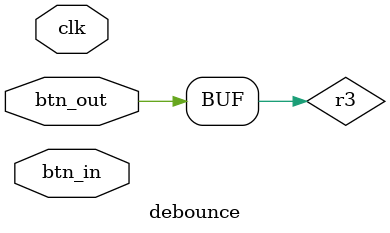
<source format=v>
`timescale 1ns / 1ps


module debounce(
    input clk,
    input btn_in,
    input btn_out
    );
    
    reg r1,r2,r3;
    
    always@(posedge clk) 
    begin 
    r1 <= btn_in;
    r2 <= r1;
    r3 <= r2;
    end
  
 assign btn_out = r3;
   
endmodule

</source>
